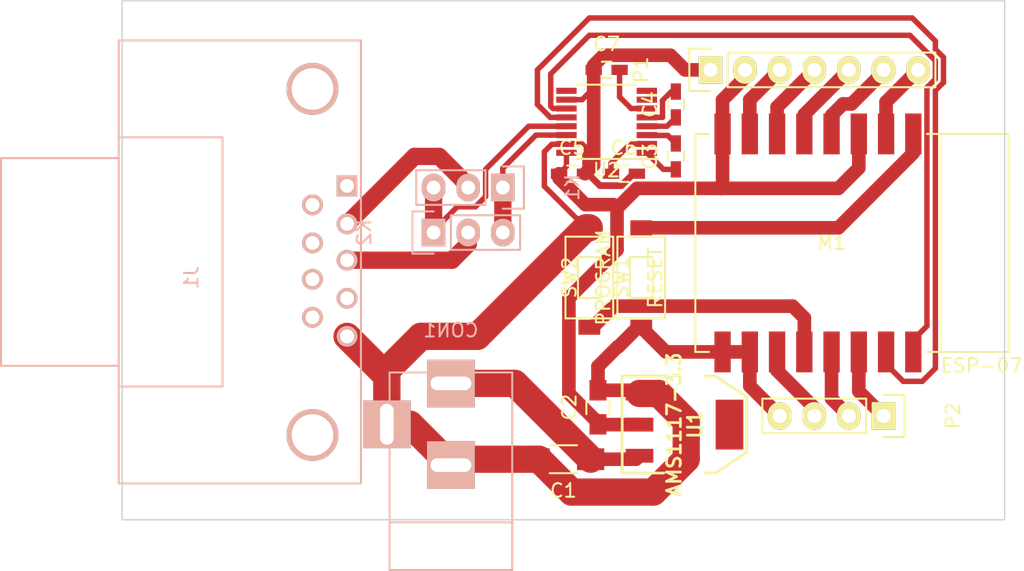
<source format=kicad_pcb>
(kicad_pcb (version 4) (host pcbnew "(2015-03-25 BZR 5536)-product")

  (general
    (links 48)
    (no_connects 1)
    (area 159.969999 72.339999 224.840001 110.540001)
    (thickness 1.6)
    (drawings 4)
    (tracks 180)
    (zones 0)
    (modules 18)
    (nets 35)
  )

  (page A4)
  (layers
    (0 F.Cu signal)
    (31 B.Cu signal)
    (34 B.Paste user)
    (36 B.SilkS user)
    (37 F.SilkS user)
    (38 B.Mask user)
    (39 F.Mask user)
    (44 Edge.Cuts user)
    (45 Margin user)
  )

  (setup
    (last_trace_width 1)
    (user_trace_width 0.4)
    (user_trace_width 0.5)
    (user_trace_width 1)
    (user_trace_width 1.27)
    (user_trace_width 2)
    (trace_clearance 0.2)
    (zone_clearance 0.508)
    (zone_45_only no)
    (trace_min 0.2)
    (segment_width 0.2)
    (edge_width 0.1)
    (via_size 0.6)
    (via_drill 0.4)
    (via_min_size 0.4)
    (via_min_drill 0.3)
    (uvia_size 0.3)
    (uvia_drill 0.1)
    (uvias_allowed no)
    (uvia_min_size 0.2)
    (uvia_min_drill 0.1)
    (pcb_text_width 0.3)
    (pcb_text_size 1.5 1.5)
    (mod_edge_width 0.15)
    (mod_text_size 1 1)
    (mod_text_width 0.15)
    (pad_size 1.5 1.5)
    (pad_drill 0.6)
    (pad_to_mask_clearance 0)
    (aux_axis_origin 0 0)
    (visible_elements FFFFFF7F)
    (pcbplotparams
      (layerselection 0x00030_80000001)
      (usegerberextensions false)
      (excludeedgelayer true)
      (linewidth 0.100000)
      (plotframeref false)
      (viasonmask false)
      (mode 1)
      (useauxorigin false)
      (hpglpennumber 1)
      (hpglpenspeed 20)
      (hpglpendiameter 15)
      (hpglpenoverlay 2)
      (psnegative false)
      (psa4output false)
      (plotreference true)
      (plotvalue true)
      (plotinvisibletext false)
      (padsonsilk false)
      (subtractmaskfromsilk false)
      (outputformat 1)
      (mirror false)
      (drillshape 1)
      (scaleselection 1)
      (outputdirectory ""))
  )

  (net 0 "")
  (net 1 "Net-(C1-Pad1)")
  (net 2 GND)
  (net 3 +3.3V)
  (net 4 "Net-(C3-Pad1)")
  (net 5 "Net-(C3-Pad2)")
  (net 6 "Net-(C4-Pad1)")
  (net 7 "Net-(C4-Pad2)")
  (net 8 "Net-(C6-Pad1)")
  (net 9 "Net-(C7-Pad2)")
  (net 10 "Net-(J1-Pad1)")
  (net 11 "Net-(J1-Pad2)")
  (net 12 "Net-(J1-Pad3)")
  (net 13 "Net-(J1-Pad4)")
  (net 14 "Net-(J1-Pad6)")
  (net 15 "Net-(J1-Pad7)")
  (net 16 "Net-(J1-Pad8)")
  (net 17 "Net-(J1-Pad9)")
  (net 18 "Net-(K1-Pad1)")
  (net 19 "Net-(K1-Pad3)")
  (net 20 "Net-(M1-Pad1)")
  (net 21 "Net-(M1-Pad2)")
  (net 22 "Net-(M1-Pad4)")
  (net 23 "Net-(M1-Pad5)")
  (net 24 "Net-(M1-Pad6)")
  (net 25 "Net-(M1-Pad7)")
  (net 26 "Net-(M1-Pad12)")
  (net 27 "Net-(M1-Pad13)")
  (net 28 "Net-(M1-Pad14)")
  (net 29 "Net-(M1-Pad15)")
  (net 30 "Net-(M1-Pad16)")
  (net 31 "Net-(M1-Pad11)")
  (net 32 "Net-(U2-Pad7)")
  (net 33 "Net-(U2-Pad8)")
  (net 34 "Net-(U2-Pad9)")

  (net_class Default "This is the default net class."
    (clearance 0.2)
    (trace_width 0.25)
    (via_dia 0.6)
    (via_drill 0.4)
    (uvia_dia 0.3)
    (uvia_drill 0.1)
    (add_net +3.3V)
    (add_net GND)
    (add_net "Net-(C1-Pad1)")
    (add_net "Net-(C3-Pad1)")
    (add_net "Net-(C3-Pad2)")
    (add_net "Net-(C4-Pad1)")
    (add_net "Net-(C4-Pad2)")
    (add_net "Net-(C6-Pad1)")
    (add_net "Net-(C7-Pad2)")
    (add_net "Net-(J1-Pad1)")
    (add_net "Net-(J1-Pad2)")
    (add_net "Net-(J1-Pad3)")
    (add_net "Net-(J1-Pad4)")
    (add_net "Net-(J1-Pad6)")
    (add_net "Net-(J1-Pad7)")
    (add_net "Net-(J1-Pad8)")
    (add_net "Net-(J1-Pad9)")
    (add_net "Net-(K1-Pad1)")
    (add_net "Net-(K1-Pad3)")
    (add_net "Net-(M1-Pad1)")
    (add_net "Net-(M1-Pad11)")
    (add_net "Net-(M1-Pad12)")
    (add_net "Net-(M1-Pad13)")
    (add_net "Net-(M1-Pad14)")
    (add_net "Net-(M1-Pad15)")
    (add_net "Net-(M1-Pad16)")
    (add_net "Net-(M1-Pad2)")
    (add_net "Net-(M1-Pad4)")
    (add_net "Net-(M1-Pad5)")
    (add_net "Net-(M1-Pad6)")
    (add_net "Net-(M1-Pad7)")
    (add_net "Net-(U2-Pad7)")
    (add_net "Net-(U2-Pad8)")
    (add_net "Net-(U2-Pad9)")
  )

  (module Capacitors_SMD:C_1206_HandSoldering (layer F.Cu) (tedit 541A9C03) (tstamp 5514923A)
    (at 192.405 106.045 180)
    (descr "Capacitor SMD 1206, hand soldering")
    (tags "capacitor 1206")
    (path /55147AE8)
    (attr smd)
    (fp_text reference C1 (at 0 -2.3 180) (layer F.SilkS)
      (effects (font (size 1 1) (thickness 0.15)))
    )
    (fp_text value 10µF (at 0 2.3 180) (layer F.Fab)
      (effects (font (size 1 1) (thickness 0.15)))
    )
    (fp_line (start -3.3 -1.15) (end 3.3 -1.15) (layer F.CrtYd) (width 0.05))
    (fp_line (start -3.3 1.15) (end 3.3 1.15) (layer F.CrtYd) (width 0.05))
    (fp_line (start -3.3 -1.15) (end -3.3 1.15) (layer F.CrtYd) (width 0.05))
    (fp_line (start 3.3 -1.15) (end 3.3 1.15) (layer F.CrtYd) (width 0.05))
    (fp_line (start 1 -1.025) (end -1 -1.025) (layer F.SilkS) (width 0.15))
    (fp_line (start -1 1.025) (end 1 1.025) (layer F.SilkS) (width 0.15))
    (pad 1 smd rect (at -2 0 180) (size 2 1.6) (layers F.Cu F.Mask)
      (net 1 "Net-(C1-Pad1)"))
    (pad 2 smd rect (at 2 0 180) (size 2 1.6) (layers F.Cu F.Mask)
      (net 2 GND))
    (model Capacitors_SMD.3dshapes/C_1206_HandSoldering.wrl
      (at (xyz 0 0 0))
      (scale (xyz 1 1 1))
      (rotate (xyz 0 0 0))
    )
  )

  (module Capacitors_SMD:C_0805_HandSoldering (layer F.Cu) (tedit 541A9B8D) (tstamp 55149246)
    (at 194.945 102.235 90)
    (descr "Capacitor SMD 0805, hand soldering")
    (tags "capacitor 0805")
    (path /55147B1E)
    (attr smd)
    (fp_text reference C2 (at 0 -2.1 90) (layer F.SilkS)
      (effects (font (size 1 1) (thickness 0.15)))
    )
    (fp_text value 22µF (at 0 2.1 90) (layer F.Fab)
      (effects (font (size 1 1) (thickness 0.15)))
    )
    (fp_line (start -2.3 -1) (end 2.3 -1) (layer F.CrtYd) (width 0.05))
    (fp_line (start -2.3 1) (end 2.3 1) (layer F.CrtYd) (width 0.05))
    (fp_line (start -2.3 -1) (end -2.3 1) (layer F.CrtYd) (width 0.05))
    (fp_line (start 2.3 -1) (end 2.3 1) (layer F.CrtYd) (width 0.05))
    (fp_line (start 0.5 -0.85) (end -0.5 -0.85) (layer F.SilkS) (width 0.15))
    (fp_line (start -0.5 0.85) (end 0.5 0.85) (layer F.SilkS) (width 0.15))
    (pad 1 smd rect (at -1.25 0 90) (size 1.5 1.25) (layers F.Cu F.Mask)
      (net 3 +3.3V))
    (pad 2 smd rect (at 1.25 0 90) (size 1.5 1.25) (layers F.Cu F.Mask)
      (net 2 GND))
    (model Capacitors_SMD.3dshapes/C_0805_HandSoldering.wrl
      (at (xyz 0 0 0))
      (scale (xyz 1 1 1))
      (rotate (xyz 0 0 0))
    )
  )

  (module Capacitors_SMD:C_0603_HandSoldering (layer F.Cu) (tedit 541A9B4D) (tstamp 55149252)
    (at 200.66 83.82 90)
    (descr "Capacitor SMD 0603, hand soldering")
    (tags "capacitor 0603")
    (path /55148A46)
    (attr smd)
    (fp_text reference C3 (at 0 -1.9 90) (layer F.SilkS)
      (effects (font (size 1 1) (thickness 0.15)))
    )
    (fp_text value 100nF (at 0 1.9 90) (layer F.Fab)
      (effects (font (size 1 1) (thickness 0.15)))
    )
    (fp_line (start -1.85 -0.75) (end 1.85 -0.75) (layer F.CrtYd) (width 0.05))
    (fp_line (start -1.85 0.75) (end 1.85 0.75) (layer F.CrtYd) (width 0.05))
    (fp_line (start -1.85 -0.75) (end -1.85 0.75) (layer F.CrtYd) (width 0.05))
    (fp_line (start 1.85 -0.75) (end 1.85 0.75) (layer F.CrtYd) (width 0.05))
    (fp_line (start -0.35 -0.6) (end 0.35 -0.6) (layer F.SilkS) (width 0.15))
    (fp_line (start 0.35 0.6) (end -0.35 0.6) (layer F.SilkS) (width 0.15))
    (pad 1 smd rect (at -0.95 0 90) (size 1.2 0.75) (layers F.Cu F.Mask)
      (net 4 "Net-(C3-Pad1)"))
    (pad 2 smd rect (at 0.95 0 90) (size 1.2 0.75) (layers F.Cu F.Mask)
      (net 5 "Net-(C3-Pad2)"))
    (model Capacitors_SMD.3dshapes/C_0603_HandSoldering.wrl
      (at (xyz 0 0 0))
      (scale (xyz 1 1 1))
      (rotate (xyz 0 0 0))
    )
  )

  (module Capacitors_SMD:C_0603_HandSoldering (layer F.Cu) (tedit 541A9B4D) (tstamp 5514925E)
    (at 200.66 80.01 90)
    (descr "Capacitor SMD 0603, hand soldering")
    (tags "capacitor 0603")
    (path /55148996)
    (attr smd)
    (fp_text reference C4 (at 0 -1.9 90) (layer F.SilkS)
      (effects (font (size 1 1) (thickness 0.15)))
    )
    (fp_text value 100nF (at 0 1.9 90) (layer F.Fab)
      (effects (font (size 1 1) (thickness 0.15)))
    )
    (fp_line (start -1.85 -0.75) (end 1.85 -0.75) (layer F.CrtYd) (width 0.05))
    (fp_line (start -1.85 0.75) (end 1.85 0.75) (layer F.CrtYd) (width 0.05))
    (fp_line (start -1.85 -0.75) (end -1.85 0.75) (layer F.CrtYd) (width 0.05))
    (fp_line (start 1.85 -0.75) (end 1.85 0.75) (layer F.CrtYd) (width 0.05))
    (fp_line (start -0.35 -0.6) (end 0.35 -0.6) (layer F.SilkS) (width 0.15))
    (fp_line (start 0.35 0.6) (end -0.35 0.6) (layer F.SilkS) (width 0.15))
    (pad 1 smd rect (at -0.95 0 90) (size 1.2 0.75) (layers F.Cu F.Mask)
      (net 6 "Net-(C4-Pad1)"))
    (pad 2 smd rect (at 0.95 0 90) (size 1.2 0.75) (layers F.Cu F.Mask)
      (net 7 "Net-(C4-Pad2)"))
    (model Capacitors_SMD.3dshapes/C_0603_HandSoldering.wrl
      (at (xyz 0 0 0))
      (scale (xyz 1 1 1))
      (rotate (xyz 0 0 0))
    )
  )

  (module Capacitors_SMD:C_0603_HandSoldering (layer F.Cu) (tedit 541A9B4D) (tstamp 5514926A)
    (at 193.04 85.09)
    (descr "Capacitor SMD 0603, hand soldering")
    (tags "capacitor 0603")
    (path /551484D9)
    (attr smd)
    (fp_text reference C5 (at 0 -1.9) (layer F.SilkS)
      (effects (font (size 1 1) (thickness 0.15)))
    )
    (fp_text value 100nF (at 0 1.9) (layer F.Fab)
      (effects (font (size 1 1) (thickness 0.15)))
    )
    (fp_line (start -1.85 -0.75) (end 1.85 -0.75) (layer F.CrtYd) (width 0.05))
    (fp_line (start -1.85 0.75) (end 1.85 0.75) (layer F.CrtYd) (width 0.05))
    (fp_line (start -1.85 -0.75) (end -1.85 0.75) (layer F.CrtYd) (width 0.05))
    (fp_line (start 1.85 -0.75) (end 1.85 0.75) (layer F.CrtYd) (width 0.05))
    (fp_line (start -0.35 -0.6) (end 0.35 -0.6) (layer F.SilkS) (width 0.15))
    (fp_line (start 0.35 0.6) (end -0.35 0.6) (layer F.SilkS) (width 0.15))
    (pad 1 smd rect (at -0.95 0) (size 1.2 0.75) (layers F.Cu F.Mask)
      (net 3 +3.3V))
    (pad 2 smd rect (at 0.95 0) (size 1.2 0.75) (layers F.Cu F.Mask)
      (net 2 GND))
    (model Capacitors_SMD.3dshapes/C_0603_HandSoldering.wrl
      (at (xyz 0 0 0))
      (scale (xyz 1 1 1))
      (rotate (xyz 0 0 0))
    )
  )

  (module Capacitors_SMD:C_0603_HandSoldering (layer F.Cu) (tedit 541A9B4D) (tstamp 55149276)
    (at 196.85 85.09)
    (descr "Capacitor SMD 0603, hand soldering")
    (tags "capacitor 0603")
    (path /55148734)
    (attr smd)
    (fp_text reference C6 (at 0 -1.9) (layer F.SilkS)
      (effects (font (size 1 1) (thickness 0.15)))
    )
    (fp_text value 100nF (at 0 1.9) (layer F.Fab)
      (effects (font (size 1 1) (thickness 0.15)))
    )
    (fp_line (start -1.85 -0.75) (end 1.85 -0.75) (layer F.CrtYd) (width 0.05))
    (fp_line (start -1.85 0.75) (end 1.85 0.75) (layer F.CrtYd) (width 0.05))
    (fp_line (start -1.85 -0.75) (end -1.85 0.75) (layer F.CrtYd) (width 0.05))
    (fp_line (start 1.85 -0.75) (end 1.85 0.75) (layer F.CrtYd) (width 0.05))
    (fp_line (start -0.35 -0.6) (end 0.35 -0.6) (layer F.SilkS) (width 0.15))
    (fp_line (start 0.35 0.6) (end -0.35 0.6) (layer F.SilkS) (width 0.15))
    (pad 1 smd rect (at -0.95 0) (size 1.2 0.75) (layers F.Cu F.Mask)
      (net 8 "Net-(C6-Pad1)"))
    (pad 2 smd rect (at 0.95 0) (size 1.2 0.75) (layers F.Cu F.Mask)
      (net 2 GND))
    (model Capacitors_SMD.3dshapes/C_0603_HandSoldering.wrl
      (at (xyz 0 0 0))
      (scale (xyz 1 1 1))
      (rotate (xyz 0 0 0))
    )
  )

  (module Capacitors_SMD:C_0603_HandSoldering (layer F.Cu) (tedit 541A9B4D) (tstamp 55149282)
    (at 195.58 77.47)
    (descr "Capacitor SMD 0603, hand soldering")
    (tags "capacitor 0603")
    (path /551486D0)
    (attr smd)
    (fp_text reference C7 (at 0 -1.9) (layer F.SilkS)
      (effects (font (size 1 1) (thickness 0.15)))
    )
    (fp_text value 100nF (at 0 1.9) (layer F.Fab)
      (effects (font (size 1 1) (thickness 0.15)))
    )
    (fp_line (start -1.85 -0.75) (end 1.85 -0.75) (layer F.CrtYd) (width 0.05))
    (fp_line (start -1.85 0.75) (end 1.85 0.75) (layer F.CrtYd) (width 0.05))
    (fp_line (start -1.85 -0.75) (end -1.85 0.75) (layer F.CrtYd) (width 0.05))
    (fp_line (start 1.85 -0.75) (end 1.85 0.75) (layer F.CrtYd) (width 0.05))
    (fp_line (start -0.35 -0.6) (end 0.35 -0.6) (layer F.SilkS) (width 0.15))
    (fp_line (start 0.35 0.6) (end -0.35 0.6) (layer F.SilkS) (width 0.15))
    (pad 1 smd rect (at -0.95 0) (size 1.2 0.75) (layers F.Cu F.Mask)
      (net 2 GND))
    (pad 2 smd rect (at 0.95 0) (size 1.2 0.75) (layers F.Cu F.Mask)
      (net 9 "Net-(C7-Pad2)"))
    (model Capacitors_SMD.3dshapes/C_0603_HandSoldering.wrl
      (at (xyz 0 0 0))
      (scale (xyz 1 1 1))
      (rotate (xyz 0 0 0))
    )
  )

  (module Connect:BARREL_JACK (layer B.Cu) (tedit 0) (tstamp 5514928E)
    (at 184.15 106.68 90)
    (descr "DC Barrel Jack")
    (tags "Power Jack")
    (path /55147A4A)
    (fp_text reference CON1 (at 10.09904 0 360) (layer B.SilkS)
      (effects (font (size 1 1) (thickness 0.15)) (justify mirror))
    )
    (fp_text value BARREL_JACK (at 0 5.99948 90) (layer B.Fab)
      (effects (font (size 1 1) (thickness 0.15)) (justify mirror))
    )
    (fp_line (start -4.0005 4.50088) (end -4.0005 -4.50088) (layer B.SilkS) (width 0.15))
    (fp_line (start -7.50062 4.50088) (end -7.50062 -4.50088) (layer B.SilkS) (width 0.15))
    (fp_line (start -7.50062 -4.50088) (end 7.00024 -4.50088) (layer B.SilkS) (width 0.15))
    (fp_line (start 7.00024 -4.50088) (end 7.00024 4.50088) (layer B.SilkS) (width 0.15))
    (fp_line (start 7.00024 4.50088) (end -7.50062 4.50088) (layer B.SilkS) (width 0.15))
    (pad 1 thru_hole rect (at 6.20014 0 90) (size 3.50012 3.50012) (drill oval 1.00076 2.99974) (layers *.Cu *.Mask B.SilkS)
      (net 1 "Net-(C1-Pad1)"))
    (pad 2 thru_hole rect (at 0.20066 0 90) (size 3.50012 3.50012) (drill oval 1.00076 2.99974) (layers *.Cu *.Mask B.SilkS)
      (net 2 GND))
    (pad 3 thru_hole rect (at 3.2004 -4.699 90) (size 3.50012 3.50012) (drill oval 2.99974 1.00076) (layers *.Cu *.Mask B.SilkS)
      (net 2 GND))
  )

  (module Connect:DB9FC (layer B.Cu) (tedit 0) (tstamp 551492A7)
    (at 175.26 91.44 270)
    (descr "Connecteur DB9 femelle couche")
    (tags "CONN DB9")
    (path /55148D64)
    (fp_text reference J1 (at 1.27 10.16 270) (layer B.SilkS)
      (effects (font (size 1 1) (thickness 0.15)) (justify mirror))
    )
    (fp_text value DB9 (at 1.27 3.81 270) (layer B.Fab)
      (effects (font (size 1 1) (thickness 0.15)) (justify mirror))
    )
    (fp_line (start -16.129 -2.286) (end 16.383 -2.286) (layer B.SilkS) (width 0.15))
    (fp_line (start 16.383 -2.286) (end 16.383 15.494) (layer B.SilkS) (width 0.15))
    (fp_line (start 16.383 15.494) (end -16.129 15.494) (layer B.SilkS) (width 0.15))
    (fp_line (start -16.129 15.494) (end -16.129 -2.286) (layer B.SilkS) (width 0.15))
    (fp_line (start -9.017 15.494) (end -9.017 7.874) (layer B.SilkS) (width 0.15))
    (fp_line (start -9.017 7.874) (end 9.271 7.874) (layer B.SilkS) (width 0.15))
    (fp_line (start 9.271 7.874) (end 9.271 15.494) (layer B.SilkS) (width 0.15))
    (fp_line (start -7.493 15.494) (end -7.493 24.13) (layer B.SilkS) (width 0.15))
    (fp_line (start -7.493 24.13) (end 7.747 24.13) (layer B.SilkS) (width 0.15))
    (fp_line (start 7.747 24.13) (end 7.747 15.494) (layer B.SilkS) (width 0.15))
    (pad "" thru_hole circle (at 12.827 1.27 270) (size 3.81 3.81) (drill 3.048) (layers *.Cu *.Mask B.SilkS))
    (pad "" thru_hole circle (at -12.573 1.27 270) (size 3.81 3.81) (drill 3.048) (layers *.Cu *.Mask B.SilkS))
    (pad 1 thru_hole rect (at -5.461 -1.27 270) (size 1.524 1.524) (drill 1.016) (layers *.Cu *.Mask B.SilkS)
      (net 10 "Net-(J1-Pad1)"))
    (pad 2 thru_hole circle (at -2.667 -1.27 270) (size 1.524 1.524) (drill 1.016) (layers *.Cu *.Mask B.SilkS)
      (net 11 "Net-(J1-Pad2)"))
    (pad 3 thru_hole circle (at 0 -1.27 270) (size 1.524 1.524) (drill 1.016) (layers *.Cu *.Mask B.SilkS)
      (net 12 "Net-(J1-Pad3)"))
    (pad 4 thru_hole circle (at 2.794 -1.27 270) (size 1.524 1.524) (drill 1.016) (layers *.Cu *.Mask B.SilkS)
      (net 13 "Net-(J1-Pad4)"))
    (pad 5 thru_hole circle (at 5.588 -1.27 270) (size 1.524 1.524) (drill 1.016) (layers *.Cu *.Mask B.SilkS)
      (net 2 GND))
    (pad 6 thru_hole circle (at -4.064 1.27 270) (size 1.524 1.524) (drill 1.016) (layers *.Cu *.Mask B.SilkS)
      (net 14 "Net-(J1-Pad6)"))
    (pad 7 thru_hole circle (at -1.27 1.27 270) (size 1.524 1.524) (drill 1.016) (layers *.Cu *.Mask B.SilkS)
      (net 15 "Net-(J1-Pad7)"))
    (pad 8 thru_hole circle (at 1.397 1.27 270) (size 1.524 1.524) (drill 1.016) (layers *.Cu *.Mask B.SilkS)
      (net 16 "Net-(J1-Pad8)"))
    (pad 9 thru_hole circle (at 4.191 1.27 270) (size 1.524 1.524) (drill 1.016) (layers *.Cu *.Mask B.SilkS)
      (net 17 "Net-(J1-Pad9)"))
    (model Connect.3dshapes/DB9FC.wrl
      (at (xyz 0 0 0))
      (scale (xyz 1 1 1))
      (rotate (xyz 0 0 0))
    )
  )

  (module Pin_Headers:Pin_Header_Straight_1x03 (layer B.Cu) (tedit 0) (tstamp 551492B9)
    (at 187.96 86.106 90)
    (descr "Through hole pin header")
    (tags "pin header")
    (path /5514A933)
    (fp_text reference K1 (at 0 5.1 90) (layer B.SilkS)
      (effects (font (size 1 1) (thickness 0.15)) (justify mirror))
    )
    (fp_text value PIN2 (at 0 3.1 90) (layer B.Fab)
      (effects (font (size 1 1) (thickness 0.15)) (justify mirror))
    )
    (fp_line (start -1.75 1.75) (end -1.75 -6.85) (layer B.CrtYd) (width 0.05))
    (fp_line (start 1.75 1.75) (end 1.75 -6.85) (layer B.CrtYd) (width 0.05))
    (fp_line (start -1.75 1.75) (end 1.75 1.75) (layer B.CrtYd) (width 0.05))
    (fp_line (start -1.75 -6.85) (end 1.75 -6.85) (layer B.CrtYd) (width 0.05))
    (fp_line (start -1.27 -1.27) (end -1.27 -6.35) (layer B.SilkS) (width 0.15))
    (fp_line (start -1.27 -6.35) (end 1.27 -6.35) (layer B.SilkS) (width 0.15))
    (fp_line (start 1.27 -6.35) (end 1.27 -1.27) (layer B.SilkS) (width 0.15))
    (fp_line (start 1.55 1.55) (end 1.55 0) (layer B.SilkS) (width 0.15))
    (fp_line (start 1.27 -1.27) (end -1.27 -1.27) (layer B.SilkS) (width 0.15))
    (fp_line (start -1.55 0) (end -1.55 1.55) (layer B.SilkS) (width 0.15))
    (fp_line (start -1.55 1.55) (end 1.55 1.55) (layer B.SilkS) (width 0.15))
    (pad 1 thru_hole rect (at 0 0 90) (size 2.032 1.7272) (drill 1.016) (layers *.Cu *.Mask B.SilkS)
      (net 18 "Net-(K1-Pad1)"))
    (pad 2 thru_hole oval (at 0 -2.54 90) (size 2.032 1.7272) (drill 1.016) (layers *.Cu *.Mask B.SilkS)
      (net 11 "Net-(J1-Pad2)"))
    (pad 3 thru_hole oval (at 0 -5.08 90) (size 2.032 1.7272) (drill 1.016) (layers *.Cu *.Mask B.SilkS)
      (net 19 "Net-(K1-Pad3)"))
    (model Pin_Headers.3dshapes/Pin_Header_Straight_1x03.wrl
      (at (xyz 0 -0.1 0))
      (scale (xyz 1 1 1))
      (rotate (xyz 0 0 90))
    )
  )

  (module Pin_Headers:Pin_Header_Straight_1x03 (layer B.Cu) (tedit 0) (tstamp 551492CB)
    (at 182.88 89.408 270)
    (descr "Through hole pin header")
    (tags "pin header")
    (path /5514AAB2)
    (fp_text reference K2 (at 0 5.1 270) (layer B.SilkS)
      (effects (font (size 1 1) (thickness 0.15)) (justify mirror))
    )
    (fp_text value PIN3 (at 0 3.1 270) (layer B.Fab)
      (effects (font (size 1 1) (thickness 0.15)) (justify mirror))
    )
    (fp_line (start -1.75 1.75) (end -1.75 -6.85) (layer B.CrtYd) (width 0.05))
    (fp_line (start 1.75 1.75) (end 1.75 -6.85) (layer B.CrtYd) (width 0.05))
    (fp_line (start -1.75 1.75) (end 1.75 1.75) (layer B.CrtYd) (width 0.05))
    (fp_line (start -1.75 -6.85) (end 1.75 -6.85) (layer B.CrtYd) (width 0.05))
    (fp_line (start -1.27 -1.27) (end -1.27 -6.35) (layer B.SilkS) (width 0.15))
    (fp_line (start -1.27 -6.35) (end 1.27 -6.35) (layer B.SilkS) (width 0.15))
    (fp_line (start 1.27 -6.35) (end 1.27 -1.27) (layer B.SilkS) (width 0.15))
    (fp_line (start 1.55 1.55) (end 1.55 0) (layer B.SilkS) (width 0.15))
    (fp_line (start 1.27 -1.27) (end -1.27 -1.27) (layer B.SilkS) (width 0.15))
    (fp_line (start -1.55 0) (end -1.55 1.55) (layer B.SilkS) (width 0.15))
    (fp_line (start -1.55 1.55) (end 1.55 1.55) (layer B.SilkS) (width 0.15))
    (pad 1 thru_hole rect (at 0 0 270) (size 2.032 1.7272) (drill 1.016) (layers *.Cu *.Mask B.SilkS)
      (net 19 "Net-(K1-Pad3)"))
    (pad 2 thru_hole oval (at 0 -2.54 270) (size 2.032 1.7272) (drill 1.016) (layers *.Cu *.Mask B.SilkS)
      (net 12 "Net-(J1-Pad3)"))
    (pad 3 thru_hole oval (at 0 -5.08 270) (size 2.032 1.7272) (drill 1.016) (layers *.Cu *.Mask B.SilkS)
      (net 18 "Net-(K1-Pad1)"))
    (model Pin_Headers.3dshapes/Pin_Header_Straight_1x03.wrl
      (at (xyz 0 -0.1 0))
      (scale (xyz 1 1 1))
      (rotate (xyz 0 0 90))
    )
  )

  (module ESP8266:ESP-07 (layer F.Cu) (tedit 54AD5597) (tstamp 551492E6)
    (at 212.09 90.17 180)
    (path /55147A12)
    (fp_text reference M1 (at 0 0 180) (layer F.SilkS)
      (effects (font (size 1 1) (thickness 0.15)))
    )
    (fp_text value ESP-07 (at -11 -9 180) (layer F.SilkS)
      (effects (font (size 1 1) (thickness 0.15)))
    )
    (fp_line (start -8 -8) (end -8 8) (layer F.SilkS) (width 0.15))
    (fp_line (start -7 8) (end -13 8) (layer F.SilkS) (width 0.15))
    (fp_line (start -13 8) (end -13 -8) (layer F.SilkS) (width 0.15))
    (fp_line (start -13 -8) (end -7 -8) (layer F.SilkS) (width 0.15))
    (fp_line (start 9 8) (end 10 8) (layer F.SilkS) (width 0.15))
    (fp_line (start 10 8) (end 10 -8) (layer F.SilkS) (width 0.15))
    (fp_line (start 10 -8) (end 9 -8) (layer F.SilkS) (width 0.15))
    (pad 1 smd rect (at -6 8 180) (size 1.2 3) (layers F.Cu F.Mask)
      (net 20 "Net-(M1-Pad1)"))
    (pad 2 smd rect (at -4 8 180) (size 1.2 3) (layers F.Cu F.Mask)
      (net 21 "Net-(M1-Pad2)"))
    (pad 3 smd rect (at -2 8 180) (size 1.2 3) (layers F.Cu F.Mask)
      (net 3 +3.3V))
    (pad 4 smd rect (at 0 8 180) (size 1.2 3) (layers F.Cu F.Mask)
      (net 22 "Net-(M1-Pad4)"))
    (pad 5 smd rect (at 2 8 180) (size 1.2 3) (layers F.Cu F.Mask)
      (net 23 "Net-(M1-Pad5)"))
    (pad 6 smd rect (at 4 8 180) (size 1.2 3) (layers F.Cu F.Mask)
      (net 24 "Net-(M1-Pad6)"))
    (pad 7 smd rect (at 6 8 180) (size 1.2 3) (layers F.Cu F.Mask)
      (net 25 "Net-(M1-Pad7)"))
    (pad 8 smd rect (at 8 8 180) (size 1.2 3) (layers F.Cu F.Mask)
      (net 3 +3.3V))
    (pad 9 smd rect (at 8 -8 180) (size 1.2 3) (layers F.Cu F.Mask)
      (net 2 GND))
    (pad 10 smd rect (at 6 -8 180) (size 1.2 3) (layers F.Cu F.Mask)
      (net 2 GND))
    (pad 12 smd rect (at 2 -8 180) (size 1.2 3) (layers F.Cu F.Mask)
      (net 26 "Net-(M1-Pad12)"))
    (pad 13 smd rect (at 0 -8 180) (size 1.2 3) (layers F.Cu F.Mask)
      (net 27 "Net-(M1-Pad13)"))
    (pad 14 smd rect (at -2 -8 180) (size 1.2 3) (layers F.Cu F.Mask)
      (net 28 "Net-(M1-Pad14)"))
    (pad 15 smd rect (at -4 -8 180) (size 1.2 3) (layers F.Cu F.Mask)
      (net 29 "Net-(M1-Pad15)"))
    (pad 16 smd rect (at -6 -8 180) (size 1.2 3) (layers F.Cu F.Mask)
      (net 30 "Net-(M1-Pad16)"))
    (pad 11 smd rect (at 4 -8 180) (size 1.2 3) (layers F.Cu F.Mask)
      (net 31 "Net-(M1-Pad11)"))
  )

  (module "switches:Push Button Switch 3.5X6" (layer F.Cu) (tedit 52587425) (tstamp 5514931A)
    (at 198.12 92.71 90)
    (path /55147D72)
    (fp_text reference SW1 (at 0 -1.46 90) (layer F.SilkS)
      (effects (font (size 1 1) (thickness 0.15)))
    )
    (fp_text value RESET (at 0 1.03 90) (layer F.SilkS)
      (effects (font (size 1 1) (thickness 0.15)))
    )
    (fp_line (start -1.5 -0.835) (end 1.5 -0.835) (layer F.SilkS) (width 0.15))
    (fp_line (start 1.5 -0.835) (end 1.5 0.835) (layer F.SilkS) (width 0.15))
    (fp_line (start 1.5 0.835) (end -1.5 0.835) (layer F.SilkS) (width 0.15))
    (fp_line (start -1.5 0.835) (end -1.5 -0.835) (layer F.SilkS) (width 0.15))
    (fp_line (start -3 -1.75) (end 3 -1.75) (layer F.SilkS) (width 0.15))
    (fp_line (start 3 -1.75) (end 3 1.75) (layer F.SilkS) (width 0.15))
    (fp_line (start 3 1.75) (end -3 1.75) (layer F.SilkS) (width 0.15))
    (fp_line (start -3 1.75) (end -3 -1.75) (layer F.SilkS) (width 0.15))
    (pad 1 smd rect (at -3.65 0 90) (size 1.1 1.6) (layers F.Cu F.Mask)
      (net 2 GND))
    (pad 2 smd rect (at 3.65 0 90) (size 1.1 1.6) (layers F.Cu F.Mask)
      (net 20 "Net-(M1-Pad1)"))
  )

  (module "switches:Push Button Switch 3.5X6" (layer F.Cu) (tedit 52587425) (tstamp 55149328)
    (at 194.31 92.71 90)
    (path /55147C7B)
    (fp_text reference SW2 (at 0 -1.46 90) (layer F.SilkS)
      (effects (font (size 1 1) (thickness 0.15)))
    )
    (fp_text value PROGRAM (at 0 1.03 90) (layer F.SilkS)
      (effects (font (size 1 1) (thickness 0.15)))
    )
    (fp_line (start -1.5 -0.835) (end 1.5 -0.835) (layer F.SilkS) (width 0.15))
    (fp_line (start 1.5 -0.835) (end 1.5 0.835) (layer F.SilkS) (width 0.15))
    (fp_line (start 1.5 0.835) (end -1.5 0.835) (layer F.SilkS) (width 0.15))
    (fp_line (start -1.5 0.835) (end -1.5 -0.835) (layer F.SilkS) (width 0.15))
    (fp_line (start -3 -1.75) (end 3 -1.75) (layer F.SilkS) (width 0.15))
    (fp_line (start 3 -1.75) (end 3 1.75) (layer F.SilkS) (width 0.15))
    (fp_line (start 3 1.75) (end -3 1.75) (layer F.SilkS) (width 0.15))
    (fp_line (start -3 1.75) (end -3 -1.75) (layer F.SilkS) (width 0.15))
    (pad 1 smd rect (at -3.65 0 90) (size 1.1 1.6) (layers F.Cu F.Mask)
      (net 26 "Net-(M1-Pad12)"))
    (pad 2 smd rect (at 3.65 0 90) (size 1.1 1.6) (layers F.Cu F.Mask)
      (net 2 GND))
  )

  (module SOT223:SOT223 (layer F.Cu) (tedit 200000) (tstamp 55149338)
    (at 201.295 103.505 270)
    (descr "module CMS SOT223 4 pins")
    (tags "CMS SOT")
    (path /55147A72)
    (attr smd)
    (fp_text reference U1 (at 0 -0.762 270) (layer F.SilkS)
      (effects (font (size 1.016 1.016) (thickness 0.2032)))
    )
    (fp_text value AMS1117-3.3 (at 0 0.762 270) (layer F.SilkS)
      (effects (font (size 1.016 1.016) (thickness 0.2032)))
    )
    (fp_line (start -3.556 1.524) (end -3.556 4.572) (layer F.SilkS) (width 0.2032))
    (fp_line (start -3.556 4.572) (end 3.556 4.572) (layer F.SilkS) (width 0.2032))
    (fp_line (start 3.556 4.572) (end 3.556 1.524) (layer F.SilkS) (width 0.2032))
    (fp_line (start -3.556 -1.524) (end -3.556 -2.286) (layer F.SilkS) (width 0.2032))
    (fp_line (start -3.556 -2.286) (end -2.032 -4.572) (layer F.SilkS) (width 0.2032))
    (fp_line (start -2.032 -4.572) (end 2.032 -4.572) (layer F.SilkS) (width 0.2032))
    (fp_line (start 2.032 -4.572) (end 3.556 -2.286) (layer F.SilkS) (width 0.2032))
    (fp_line (start 3.556 -2.286) (end 3.556 -1.524) (layer F.SilkS) (width 0.2032))
    (pad 4 smd rect (at 0 -3.302 270) (size 3.6576 2.032) (layers F.Cu F.Mask))
    (pad 2 smd rect (at 0 3.302 270) (size 1.016 2.032) (layers F.Cu F.Mask)
      (net 3 +3.3V))
    (pad 3 smd rect (at 2.286 3.302 270) (size 1.016 2.032) (layers F.Cu F.Mask)
      (net 1 "Net-(C1-Pad1)"))
    (pad 1 smd rect (at -2.286 3.302 270) (size 1.016 2.032) (layers F.Cu F.Mask)
      (net 2 GND))
    (model smd/SOT223.wrl
      (at (xyz 0 0 0))
      (scale (xyz 0.4 0.4 0.4))
      (rotate (xyz 0 0 0))
    )
  )

  (module Housings_SSOP:TSSOP-16_4.4x5mm_Pitch0.65mm (layer F.Cu) (tedit 54130A77) (tstamp 55149352)
    (at 195.58 81.28 180)
    (descr "16-Lead Plastic Thin Shrink Small Outline (ST)-4.4 mm Body [TSSOP] (see Microchip Packaging Specification 00000049BS.pdf)")
    (tags "SSOP 0.65")
    (path /55149207)
    (attr smd)
    (fp_text reference U2 (at 0 -3.55 180) (layer F.SilkS)
      (effects (font (size 1 1) (thickness 0.15)))
    )
    (fp_text value MAX232 (at 0 3.55 180) (layer F.Fab)
      (effects (font (size 1 1) (thickness 0.15)))
    )
    (fp_line (start -3.95 -2.8) (end -3.95 2.8) (layer F.CrtYd) (width 0.05))
    (fp_line (start 3.95 -2.8) (end 3.95 2.8) (layer F.CrtYd) (width 0.05))
    (fp_line (start -3.95 -2.8) (end 3.95 -2.8) (layer F.CrtYd) (width 0.05))
    (fp_line (start -3.95 2.8) (end 3.95 2.8) (layer F.CrtYd) (width 0.05))
    (fp_line (start -2.2 2.725) (end 2.2 2.725) (layer F.SilkS) (width 0.15))
    (fp_line (start -3.775 -2.725) (end 2.2 -2.725) (layer F.SilkS) (width 0.15))
    (pad 1 smd rect (at -2.95 -2.275 180) (size 1.5 0.45) (layers F.Cu F.Mask)
      (net 4 "Net-(C3-Pad1)"))
    (pad 2 smd rect (at -2.95 -1.625 180) (size 1.5 0.45) (layers F.Cu F.Mask)
      (net 8 "Net-(C6-Pad1)"))
    (pad 3 smd rect (at -2.95 -0.975 180) (size 1.5 0.45) (layers F.Cu F.Mask)
      (net 5 "Net-(C3-Pad2)"))
    (pad 4 smd rect (at -2.95 -0.325 180) (size 1.5 0.45) (layers F.Cu F.Mask)
      (net 6 "Net-(C4-Pad1)"))
    (pad 5 smd rect (at -2.95 0.325 180) (size 1.5 0.45) (layers F.Cu F.Mask)
      (net 7 "Net-(C4-Pad2)"))
    (pad 6 smd rect (at -2.95 0.975 180) (size 1.5 0.45) (layers F.Cu F.Mask)
      (net 9 "Net-(C7-Pad2)"))
    (pad 7 smd rect (at -2.95 1.625 180) (size 1.5 0.45) (layers F.Cu F.Mask)
      (net 32 "Net-(U2-Pad7)"))
    (pad 8 smd rect (at -2.95 2.275 180) (size 1.5 0.45) (layers F.Cu F.Mask)
      (net 33 "Net-(U2-Pad8)"))
    (pad 9 smd rect (at 2.95 2.275 180) (size 1.5 0.45) (layers F.Cu F.Mask)
      (net 34 "Net-(U2-Pad9)"))
    (pad 10 smd rect (at 2.95 1.625 180) (size 1.5 0.45) (layers F.Cu F.Mask)
      (net 2 GND))
    (pad 11 smd rect (at 2.95 0.975 180) (size 1.5 0.45) (layers F.Cu F.Mask)
      (net 30 "Net-(M1-Pad16)"))
    (pad 12 smd rect (at 2.95 0.325 180) (size 1.5 0.45) (layers F.Cu F.Mask)
      (net 29 "Net-(M1-Pad15)"))
    (pad 13 smd rect (at 2.95 -0.325 180) (size 1.5 0.45) (layers F.Cu F.Mask)
      (net 19 "Net-(K1-Pad3)"))
    (pad 14 smd rect (at 2.95 -0.975 180) (size 1.5 0.45) (layers F.Cu F.Mask)
      (net 18 "Net-(K1-Pad1)"))
    (pad 15 smd rect (at 2.95 -1.625 180) (size 1.5 0.45) (layers F.Cu F.Mask)
      (net 2 GND))
    (pad 16 smd rect (at 2.95 -2.275 180) (size 1.5 0.45) (layers F.Cu F.Mask)
      (net 3 +3.3V))
    (model Housings_SSOP.3dshapes/TSSOP-16_4.4x5mm_Pitch0.65mm.wrl
      (at (xyz 0 0 0))
      (scale (xyz 1 1 1))
      (rotate (xyz 0 0 0))
    )
  )

  (module Pin_Headers:Pin_Header_Straight_1x07 (layer F.Cu) (tedit 0) (tstamp 55149C72)
    (at 203.2 77.47 90)
    (descr "Through hole pin header")
    (tags "pin header")
    (path /5514A3ED)
    (fp_text reference P1 (at 0 -5.1 90) (layer F.SilkS)
      (effects (font (size 1 1) (thickness 0.15)))
    )
    (fp_text value GPIO1 (at 0 -3.1 90) (layer F.Fab)
      (effects (font (size 1 1) (thickness 0.15)))
    )
    (fp_line (start -1.75 -1.75) (end -1.75 17) (layer F.CrtYd) (width 0.05))
    (fp_line (start 1.75 -1.75) (end 1.75 17) (layer F.CrtYd) (width 0.05))
    (fp_line (start -1.75 -1.75) (end 1.75 -1.75) (layer F.CrtYd) (width 0.05))
    (fp_line (start -1.75 17) (end 1.75 17) (layer F.CrtYd) (width 0.05))
    (fp_line (start 1.27 1.27) (end 1.27 16.51) (layer F.SilkS) (width 0.15))
    (fp_line (start 1.27 16.51) (end -1.27 16.51) (layer F.SilkS) (width 0.15))
    (fp_line (start -1.27 16.51) (end -1.27 1.27) (layer F.SilkS) (width 0.15))
    (fp_line (start 1.55 -1.55) (end 1.55 0) (layer F.SilkS) (width 0.15))
    (fp_line (start 1.27 1.27) (end -1.27 1.27) (layer F.SilkS) (width 0.15))
    (fp_line (start -1.55 0) (end -1.55 -1.55) (layer F.SilkS) (width 0.15))
    (fp_line (start -1.55 -1.55) (end 1.55 -1.55) (layer F.SilkS) (width 0.15))
    (pad 1 thru_hole rect (at 0 0 90) (size 2.032 1.7272) (drill 1.016) (layers *.Cu *.Mask F.SilkS)
      (net 2 GND))
    (pad 2 thru_hole oval (at 0 2.54 90) (size 2.032 1.7272) (drill 1.016) (layers *.Cu *.Mask F.SilkS)
      (net 3 +3.3V))
    (pad 3 thru_hole oval (at 0 5.08 90) (size 2.032 1.7272) (drill 1.016) (layers *.Cu *.Mask F.SilkS)
      (net 25 "Net-(M1-Pad7)"))
    (pad 4 thru_hole oval (at 0 7.62 90) (size 2.032 1.7272) (drill 1.016) (layers *.Cu *.Mask F.SilkS)
      (net 24 "Net-(M1-Pad6)"))
    (pad 5 thru_hole oval (at 0 10.16 90) (size 2.032 1.7272) (drill 1.016) (layers *.Cu *.Mask F.SilkS)
      (net 23 "Net-(M1-Pad5)"))
    (pad 6 thru_hole oval (at 0 12.7 90) (size 2.032 1.7272) (drill 1.016) (layers *.Cu *.Mask F.SilkS)
      (net 22 "Net-(M1-Pad4)"))
    (pad 7 thru_hole oval (at 0 15.24 90) (size 2.032 1.7272) (drill 1.016) (layers *.Cu *.Mask F.SilkS)
      (net 21 "Net-(M1-Pad2)"))
    (model Pin_Headers.3dshapes/Pin_Header_Straight_1x07.wrl
      (at (xyz 0 -0.3 0))
      (scale (xyz 1 1 1))
      (rotate (xyz 0 0 90))
    )
  )

  (module Pin_Headers:Pin_Header_Straight_1x04 (layer F.Cu) (tedit 0) (tstamp 55149C87)
    (at 215.9 102.87 270)
    (descr "Through hole pin header")
    (tags "pin header")
    (path /5514A609)
    (fp_text reference P2 (at 0 -5.1 270) (layer F.SilkS)
      (effects (font (size 1 1) (thickness 0.15)))
    )
    (fp_text value GPIO2 (at 0 -3.1 270) (layer F.Fab)
      (effects (font (size 1 1) (thickness 0.15)))
    )
    (fp_line (start -1.75 -1.75) (end -1.75 9.4) (layer F.CrtYd) (width 0.05))
    (fp_line (start 1.75 -1.75) (end 1.75 9.4) (layer F.CrtYd) (width 0.05))
    (fp_line (start -1.75 -1.75) (end 1.75 -1.75) (layer F.CrtYd) (width 0.05))
    (fp_line (start -1.75 9.4) (end 1.75 9.4) (layer F.CrtYd) (width 0.05))
    (fp_line (start -1.27 1.27) (end -1.27 8.89) (layer F.SilkS) (width 0.15))
    (fp_line (start 1.27 1.27) (end 1.27 8.89) (layer F.SilkS) (width 0.15))
    (fp_line (start 1.55 -1.55) (end 1.55 0) (layer F.SilkS) (width 0.15))
    (fp_line (start -1.27 8.89) (end 1.27 8.89) (layer F.SilkS) (width 0.15))
    (fp_line (start 1.27 1.27) (end -1.27 1.27) (layer F.SilkS) (width 0.15))
    (fp_line (start -1.55 0) (end -1.55 -1.55) (layer F.SilkS) (width 0.15))
    (fp_line (start -1.55 -1.55) (end 1.55 -1.55) (layer F.SilkS) (width 0.15))
    (pad 1 thru_hole rect (at 0 0 270) (size 2.032 1.7272) (drill 1.016) (layers *.Cu *.Mask F.SilkS)
      (net 28 "Net-(M1-Pad14)"))
    (pad 2 thru_hole oval (at 0 2.54 270) (size 2.032 1.7272) (drill 1.016) (layers *.Cu *.Mask F.SilkS)
      (net 27 "Net-(M1-Pad13)"))
    (pad 3 thru_hole oval (at 0 5.08 270) (size 2.032 1.7272) (drill 1.016) (layers *.Cu *.Mask F.SilkS)
      (net 31 "Net-(M1-Pad11)"))
    (pad 4 thru_hole oval (at 0 7.62 270) (size 2.032 1.7272) (drill 1.016) (layers *.Cu *.Mask F.SilkS)
      (net 2 GND))
    (model Pin_Headers.3dshapes/Pin_Header_Straight_1x04.wrl
      (at (xyz 0 -0.15 0))
      (scale (xyz 1 1 1))
      (rotate (xyz 0 0 90))
    )
  )

  (gr_line (start 160.02 110.49) (end 160.02 72.39) (angle 90) (layer Edge.Cuts) (width 0.1))
  (gr_line (start 224.79 110.49) (end 160.02 110.49) (angle 90) (layer Edge.Cuts) (width 0.1))
  (gr_line (start 224.79 72.39) (end 224.79 110.49) (angle 90) (layer Edge.Cuts) (width 0.1))
  (gr_line (start 160.02 72.39) (end 224.79 72.39) (angle 90) (layer Edge.Cuts) (width 0.1))

  (segment (start 194.405 106.045) (end 197.739 106.045) (width 1) (layer F.Cu) (net 1))
  (segment (start 197.739 106.045) (end 197.993 105.791) (width 1) (layer F.Cu) (net 1))
  (segment (start 194.205 106.045) (end 194.405 106.045) (width 1) (layer F.Cu) (net 1))
  (segment (start 188.83986 100.47986) (end 194.405 106.045) (width 2) (layer F.Cu) (net 1))
  (segment (start 184.15 100.47986) (end 188.83986 100.47986) (width 2) (layer F.Cu) (net 1))
  (segment (start 196.663484 85.965) (end 197.538484 85.09) (width 0.5) (layer F.Cu) (net 2))
  (segment (start 195.09 85.965) (end 196.663484 85.965) (width 0.5) (layer F.Cu) (net 2))
  (segment (start 194.215 85.09) (end 195.09 85.965) (width 0.5) (layer F.Cu) (net 2))
  (segment (start 193.99 85.09) (end 194.215 85.09) (width 0.5) (layer F.Cu) (net 2))
  (segment (start 197.538484 85.09) (end 197.8 85.09) (width 0.5) (layer F.Cu) (net 2))
  (segment (start 190.405 106.045) (end 190.605 106.045) (width 2) (layer F.Cu) (net 2))
  (segment (start 190.605 106.045) (end 193.018 108.458) (width 2) (layer F.Cu) (net 2))
  (segment (start 193.018 108.458) (end 199.010002 108.458) (width 2) (layer F.Cu) (net 2))
  (segment (start 199.010002 108.458) (end 201.422 106.046002) (width 2) (layer F.Cu) (net 2))
  (segment (start 201.422 106.046002) (end 201.422 103.249998) (width 2) (layer F.Cu) (net 2))
  (segment (start 201.422 103.249998) (end 199.391002 101.219) (width 2) (layer F.Cu) (net 2))
  (segment (start 199.391002 101.219) (end 197.993 101.219) (width 2) (layer F.Cu) (net 2))
  (segment (start 191.008 86.008) (end 194.06 89.06) (width 0.4) (layer F.Cu) (net 2))
  (segment (start 192.63 82.905) (end 192.605001 82.929999) (width 0.4) (layer F.Cu) (net 2))
  (segment (start 192.605001 82.929999) (end 191.559999 82.929999) (width 0.4) (layer F.Cu) (net 2))
  (segment (start 191.559999 82.929999) (end 191.008 83.481998) (width 0.4) (layer F.Cu) (net 2))
  (segment (start 191.008 83.481998) (end 191.008 86.008) (width 0.4) (layer F.Cu) (net 2))
  (segment (start 194.63 77.47) (end 194.63 78.805) (width 0.4) (layer F.Cu) (net 2))
  (segment (start 194.63 78.805) (end 193.78 79.655) (width 0.4) (layer F.Cu) (net 2))
  (segment (start 193.78 79.655) (end 192.63 79.655) (width 0.4) (layer F.Cu) (net 2))
  (segment (start 192.63 82.905) (end 193.78 82.905) (width 0.4) (layer F.Cu) (net 2))
  (segment (start 193.78 82.905) (end 193.99 83.115) (width 0.4) (layer F.Cu) (net 2))
  (segment (start 193.99 83.115) (end 193.99 84.315) (width 0.4) (layer F.Cu) (net 2))
  (segment (start 193.99 84.315) (end 193.99 85.09) (width 0.4) (layer F.Cu) (net 2))
  (segment (start 206.09 100.68) (end 206.09 98.17) (width 1) (layer F.Cu) (net 2))
  (segment (start 204.09 98.17) (end 206.09 98.17) (width 1) (layer F.Cu) (net 2))
  (segment (start 199.93 98.17) (end 198.12 96.36) (width 1) (layer F.Cu) (net 2))
  (segment (start 204.09 98.17) (end 199.93 98.17) (width 1) (layer F.Cu) (net 2))
  (segment (start 197.87 96.36) (end 196.44 97.79) (width 1) (layer F.Cu) (net 2))
  (segment (start 198.12 96.36) (end 197.87 96.36) (width 1) (layer F.Cu) (net 2))
  (segment (start 194.945 99.235) (end 194.945 100.985) (width 1) (layer F.Cu) (net 2))
  (segment (start 196.39 97.79) (end 194.945 99.235) (width 1) (layer F.Cu) (net 2))
  (segment (start 196.44 97.79) (end 196.39 97.79) (width 1) (layer F.Cu) (net 2))
  (segment (start 197.759 100.985) (end 197.993 101.219) (width 1) (layer F.Cu) (net 2))
  (segment (start 194.945 100.985) (end 197.759 100.985) (width 1) (layer F.Cu) (net 2))
  (segment (start 201.3364 77.47) (end 203.2 77.47) (width 1) (layer F.Cu) (net 2))
  (segment (start 200.261399 76.394999) (end 201.3364 77.47) (width 1) (layer F.Cu) (net 2))
  (segment (start 195.369999 76.394999) (end 200.261399 76.394999) (width 1) (layer F.Cu) (net 2))
  (segment (start 194.63 77.134998) (end 195.369999 76.394999) (width 1) (layer F.Cu) (net 2))
  (segment (start 194.63 77.47) (end 194.63 77.134998) (width 1) (layer F.Cu) (net 2))
  (segment (start 194.63 84.45) (end 193.99 85.09) (width 1) (layer F.Cu) (net 2))
  (segment (start 194.63 77.47) (end 194.63 84.45) (width 1) (layer F.Cu) (net 2))
  (segment (start 203.2 77.6224) (end 203.2 77.47) (width 1) (layer B.Cu) (net 2))
  (segment (start 181.15026 103.4796) (end 184.15 106.47934) (width 2) (layer F.Cu) (net 2))
  (segment (start 179.451 103.4796) (end 181.15026 103.4796) (width 2) (layer F.Cu) (net 2))
  (segment (start 184.58434 106.045) (end 184.15 106.47934) (width 2) (layer F.Cu) (net 2))
  (segment (start 190.405 106.045) (end 184.58434 106.045) (width 2) (layer F.Cu) (net 2))
  (segment (start 179.451 99.949) (end 176.53 97.028) (width 2) (layer F.Cu) (net 2))
  (segment (start 179.451 103.4796) (end 179.451 99.949) (width 2) (layer F.Cu) (net 2))
  (segment (start 179.451 99.72954) (end 179.451 103.4796) (width 2) (layer F.Cu) (net 2))
  (segment (start 179.451 99.518738) (end 179.451 99.72954) (width 2) (layer F.Cu) (net 2))
  (segment (start 181.941738 97.028) (end 179.451 99.518738) (width 2) (layer F.Cu) (net 2))
  (segment (start 186.092 97.028) (end 181.941738 97.028) (width 2) (layer F.Cu) (net 2))
  (segment (start 194.06 89.06) (end 186.092 97.028) (width 2) (layer F.Cu) (net 2))
  (segment (start 194.31 89.06) (end 194.06 89.06) (width 2) (layer F.Cu) (net 2))
  (segment (start 208.28 102.87) (end 206.09 100.68) (width 1) (layer F.Cu) (net 2))
  (segment (start 196.342 87.63) (end 196.07199 87.35999) (width 1) (layer F.Cu) (net 3))
  (segment (start 196.07199 87.35999) (end 194.024988 87.35999) (width 1) (layer F.Cu) (net 3))
  (segment (start 194.024988 87.35999) (end 192.09 85.425002) (width 1) (layer F.Cu) (net 3))
  (segment (start 192.09 85.425002) (end 192.09 85.09) (width 1) (layer F.Cu) (net 3))
  (segment (start 196.342 90.678) (end 196.342 87.63) (width 1) (layer F.Cu) (net 3))
  (segment (start 196.342 87.63) (end 197.806999 86.165001) (width 1) (layer F.Cu) (net 3))
  (segment (start 194.945 103.485) (end 194.945 103.36) (width 1) (layer F.Cu) (net 3))
  (segment (start 194.945 103.36) (end 192.809999 101.224999) (width 1) (layer F.Cu) (net 3))
  (segment (start 192.809999 101.224999) (end 192.809999 94.210001) (width 1) (layer F.Cu) (net 3))
  (segment (start 192.809999 94.210001) (end 196.342 90.678) (width 1) (layer F.Cu) (net 3))
  (segment (start 197.806999 86.165001) (end 203.950076 86.165001) (width 1) (layer F.Cu) (net 3))
  (segment (start 192.63 83.555) (end 192.63 84.55) (width 0.4) (layer F.Cu) (net 3))
  (segment (start 192.63 84.55) (end 192.09 85.09) (width 0.4) (layer F.Cu) (net 3))
  (segment (start 203.950076 86.165001) (end 212.594999 86.165001) (width 1) (layer F.Cu) (net 3))
  (segment (start 204.09 82.17) (end 204.09 86.025077) (width 1) (layer F.Cu) (net 3))
  (segment (start 204.09 86.025077) (end 203.950076 86.165001) (width 1) (layer F.Cu) (net 3))
  (segment (start 214.09 84.67) (end 214.09 82.17) (width 1) (layer F.Cu) (net 3))
  (segment (start 212.594999 86.165001) (end 214.09 84.67) (width 1) (layer F.Cu) (net 3))
  (segment (start 197.993 103.505) (end 194.965 103.505) (width 1) (layer F.Cu) (net 3))
  (segment (start 194.965 103.505) (end 194.945 103.485) (width 1) (layer F.Cu) (net 3))
  (segment (start 205.74 78.02) (end 205.74 77.47) (width 1) (layer F.Cu) (net 3))
  (segment (start 204.09 79.67) (end 205.74 78.02) (width 1) (layer F.Cu) (net 3))
  (segment (start 204.09 82.17) (end 204.09 79.67) (width 1) (layer F.Cu) (net 3))
  (segment (start 205.74 77.6224) (end 205.74 77.47) (width 1) (layer B.Cu) (net 3))
  (segment (start 200.66 84.77) (end 199.745 84.77) (width 0.4) (layer F.Cu) (net 4))
  (segment (start 199.745 84.77) (end 198.53 83.555) (width 0.4) (layer F.Cu) (net 4))
  (segment (start 200.66 82.87) (end 200.069999 82.279999) (width 0.4) (layer F.Cu) (net 5))
  (segment (start 200.069999 82.279999) (end 198.554999 82.279999) (width 0.4) (layer F.Cu) (net 5))
  (segment (start 198.554999 82.279999) (end 198.53 82.255) (width 0.4) (layer F.Cu) (net 5))
  (segment (start 198.53 81.605) (end 200.015 81.605) (width 0.4) (layer F.Cu) (net 6))
  (segment (start 200.015 81.605) (end 200.66 80.96) (width 0.4) (layer F.Cu) (net 6))
  (segment (start 200.34 79.06) (end 200.66 79.06) (width 0.4) (layer F.Cu) (net 7))
  (segment (start 199.680001 79.719999) (end 200.34 79.06) (width 0.4) (layer F.Cu) (net 7))
  (segment (start 199.680001 80.850001) (end 199.680001 79.719999) (width 0.4) (layer F.Cu) (net 7))
  (segment (start 199.627501 80.902501) (end 199.680001 80.850001) (width 0.4) (layer F.Cu) (net 7))
  (segment (start 199.68 80.955) (end 199.627501 80.902501) (width 0.4) (layer F.Cu) (net 7))
  (segment (start 198.53 80.955) (end 199.68 80.955) (width 0.4) (layer F.Cu) (net 7))
  (segment (start 198.53 82.905) (end 197.31 82.905) (width 0.4) (layer F.Cu) (net 8))
  (segment (start 197.31 82.905) (end 195.9 84.315) (width 0.4) (layer F.Cu) (net 8))
  (segment (start 195.9 84.315) (end 195.9 85.09) (width 0.4) (layer F.Cu) (net 8))
  (segment (start 196.53 77.47) (end 196.53 79.455) (width 0.4) (layer F.Cu) (net 9))
  (segment (start 196.53 79.455) (end 197.38 80.305) (width 0.4) (layer F.Cu) (net 9))
  (segment (start 197.38 80.305) (end 198.53 80.305) (width 0.4) (layer F.Cu) (net 9))
  (segment (start 185.42 85.9536) (end 185.42 86.106) (width 1.27) (layer F.Cu) (net 11))
  (segment (start 181.483 83.82) (end 183.2864 83.82) (width 1.27) (layer F.Cu) (net 11))
  (segment (start 183.2864 83.82) (end 185.42 85.9536) (width 1.27) (layer F.Cu) (net 11))
  (segment (start 176.53 88.773) (end 181.483 83.82) (width 1.27) (layer F.Cu) (net 11))
  (segment (start 185.42 90.250602) (end 185.42 89.408) (width 1.27) (layer F.Cu) (net 12))
  (segment (start 184.230602 91.44) (end 185.42 90.250602) (width 1.27) (layer F.Cu) (net 12))
  (segment (start 176.53 91.44) (end 184.230602 91.44) (width 1.27) (layer F.Cu) (net 12))
  (segment (start 191.48 82.255) (end 192.63 82.255) (width 0.4) (layer F.Cu) (net 18))
  (segment (start 190.395 82.255) (end 191.48 82.255) (width 0.4) (layer F.Cu) (net 18))
  (segment (start 187.96 84.69) (end 190.395 82.255) (width 0.4) (layer F.Cu) (net 18))
  (segment (start 187.96 86.106) (end 187.96 84.69) (width 0.4) (layer F.Cu) (net 18))
  (segment (start 192.63 82.255) (end 192.63 82.279999) (width 0.4) (layer F.Cu) (net 18))
  (segment (start 187.96 86.106) (end 187.96 89.408) (width 1.27) (layer F.Cu) (net 18))
  (segment (start 182.88 86.106) (end 182.88 89.408) (width 1.27) (layer F.Cu) (net 19))
  (segment (start 189.861398 81.605) (end 191.48 81.605) (width 0.4) (layer F.Cu) (net 19))
  (segment (start 191.48 81.605) (end 192.63 81.605) (width 0.4) (layer F.Cu) (net 19))
  (segment (start 186.696399 84.769999) (end 189.861398 81.605) (width 0.4) (layer F.Cu) (net 19))
  (segment (start 186.696399 86.769015) (end 186.696399 84.769999) (width 0.4) (layer F.Cu) (net 19))
  (segment (start 185.943404 87.52201) (end 186.696399 86.769015) (width 0.4) (layer F.Cu) (net 19))
  (segment (start 184.61359 87.52201) (end 185.943404 87.52201) (width 0.4) (layer F.Cu) (net 19))
  (segment (start 182.88 89.2556) (end 184.61359 87.52201) (width 0.4) (layer F.Cu) (net 19))
  (segment (start 182.88 89.408) (end 182.88 89.2556) (width 0.4) (layer F.Cu) (net 19))
  (segment (start 198.12 89.06) (end 212.593185 89.06) (width 1) (layer F.Cu) (net 20))
  (segment (start 218.09 83.563185) (end 218.09 82.17) (width 1) (layer F.Cu) (net 20))
  (segment (start 212.593185 89.06) (end 218.09 83.563185) (width 1) (layer F.Cu) (net 20))
  (segment (start 216.09 82.17) (end 216.09 79.82) (width 1) (layer F.Cu) (net 21))
  (segment (start 216.09 79.82) (end 218.44 77.47) (width 1) (layer F.Cu) (net 21))
  (segment (start 215.9 77.47) (end 215.9 77.6224) (width 1) (layer F.Cu) (net 22))
  (segment (start 215.9 77.6224) (end 213.552401 79.969999) (width 1) (layer F.Cu) (net 22))
  (segment (start 213.552401 79.969999) (end 212.929999 79.969999) (width 1) (layer F.Cu) (net 22))
  (segment (start 212.929999 79.969999) (end 212.09 80.809998) (width 1) (layer F.Cu) (net 22))
  (segment (start 212.09 80.809998) (end 212.09 82.17) (width 1) (layer F.Cu) (net 22))
  (segment (start 213.36 77.47) (end 210.09 80.74) (width 1) (layer F.Cu) (net 23))
  (segment (start 210.09 80.74) (end 210.09 82.17) (width 1) (layer F.Cu) (net 23))
  (segment (start 210.82 77.47) (end 208.09 80.2) (width 1) (layer F.Cu) (net 24))
  (segment (start 208.09 80.2) (end 208.09 82.17) (width 1) (layer F.Cu) (net 24))
  (segment (start 208.28 77.47) (end 206.09 79.66) (width 1) (layer F.Cu) (net 25))
  (segment (start 206.09 79.66) (end 206.09 82.17) (width 1) (layer F.Cu) (net 25))
  (segment (start 194.31 96.36) (end 194.56 96.36) (width 1) (layer F.Cu) (net 26))
  (segment (start 194.56 96.36) (end 196.11 94.81) (width 1) (layer F.Cu) (net 26))
  (segment (start 196.11 94.81) (end 209.23 94.81) (width 1) (layer F.Cu) (net 26))
  (segment (start 209.23 94.81) (end 210.09 95.67) (width 1) (layer F.Cu) (net 26))
  (segment (start 210.09 95.67) (end 210.09 98.17) (width 1) (layer F.Cu) (net 26))
  (segment (start 212.09 101.6) (end 212.09 98.17) (width 1) (layer F.Cu) (net 27))
  (segment (start 213.36 102.87) (end 212.09 101.6) (width 1) (layer F.Cu) (net 27))
  (segment (start 215.9 102.87) (end 214.09 101.06) (width 1) (layer F.Cu) (net 28))
  (segment (start 214.09 101.06) (end 214.09 98.17) (width 1) (layer F.Cu) (net 28))
  (segment (start 220.303619 78.394337) (end 219.71 78.987956) (width 0.4) (layer F.Cu) (net 29))
  (segment (start 217.35 100.33) (end 216.09 99.07) (width 0.4) (layer F.Cu) (net 29))
  (segment (start 218.018542 73.66) (end 219.71 75.351458) (width 0.4) (layer F.Cu) (net 29))
  (segment (start 194.31 73.66) (end 218.018542 73.66) (width 0.4) (layer F.Cu) (net 29))
  (segment (start 218.750002 100.33) (end 217.35 100.33) (width 0.4) (layer F.Cu) (net 29))
  (segment (start 220.30362 76.545664) (end 220.303619 78.394337) (width 0.4) (layer F.Cu) (net 29))
  (segment (start 216.09 99.07) (end 216.09 98.17) (width 0.4) (layer F.Cu) (net 29))
  (segment (start 192.63 80.955) (end 191.445 80.955) (width 0.4) (layer F.Cu) (net 29))
  (segment (start 191.445 80.955) (end 190.5 80.01) (width 0.4) (layer F.Cu) (net 29))
  (segment (start 219.71 99.370002) (end 218.750002 100.33) (width 0.4) (layer F.Cu) (net 29))
  (segment (start 190.5 80.01) (end 190.5 77.47) (width 0.4) (layer F.Cu) (net 29))
  (segment (start 190.5 77.47) (end 194.31 73.66) (width 0.4) (layer F.Cu) (net 29))
  (segment (start 219.71 75.351458) (end 219.71 75.952044) (width 0.4) (layer F.Cu) (net 29))
  (segment (start 219.71 75.952044) (end 220.30362 76.545664) (width 0.4) (layer F.Cu) (net 29))
  (segment (start 219.71 78.987956) (end 219.71 99.370002) (width 0.4) (layer F.Cu) (net 29))
  (segment (start 219.090001 78.759413) (end 219.09 96.27) (width 0.4) (layer F.Cu) (net 30))
  (segment (start 191.479999 77.760001) (end 194.31 74.93) (width 0.4) (layer F.Cu) (net 30))
  (segment (start 217.839414 74.93) (end 219.70361 76.794196) (width 0.4) (layer F.Cu) (net 30))
  (segment (start 219.70361 78.145804) (end 219.090001 78.759413) (width 0.4) (layer F.Cu) (net 30))
  (segment (start 218.09 97.27) (end 218.09 98.17) (width 0.4) (layer F.Cu) (net 30))
  (segment (start 191.479999 80.141457) (end 191.479999 77.760001) (width 0.4) (layer F.Cu) (net 30))
  (segment (start 194.31 74.93) (end 217.839414 74.93) (width 0.4) (layer F.Cu) (net 30))
  (segment (start 219.70361 76.794196) (end 219.70361 78.145804) (width 0.4) (layer F.Cu) (net 30))
  (segment (start 219.09 96.27) (end 218.09 97.27) (width 0.4) (layer F.Cu) (net 30))
  (segment (start 191.643541 80.304999) (end 191.479999 80.141457) (width 0.4) (layer F.Cu) (net 30))
  (segment (start 192.63 80.305) (end 191.643541 80.304999) (width 0.4) (layer F.Cu) (net 30))
  (segment (start 210.82 102.87) (end 210.82 102.270398) (width 1) (layer F.Cu) (net 31))
  (segment (start 208.09 99.540398) (end 208.09 98.17) (width 1) (layer F.Cu) (net 31))
  (segment (start 210.82 102.270398) (end 208.09 99.540398) (width 1) (layer F.Cu) (net 31))

)

</source>
